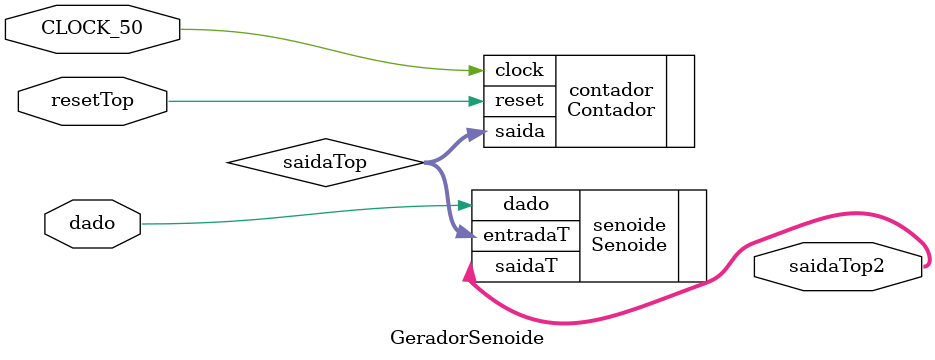
<source format=sv>
module GeradorSenoide(
	input logic CLOCK_50,
	input logic resetTop,
	output logic [7:0]saidaTop2,
	input logic dado
);

logic [4:0]saidaTop;

  Contador contador(.clock(CLOCK_50), .reset(resetTop), .saida(saidaTop));
  Senoide senoide(.entradaT(saidaTop),.dado(dado) ,.saidaT(saidaTop2));
  
endmodule

</source>
